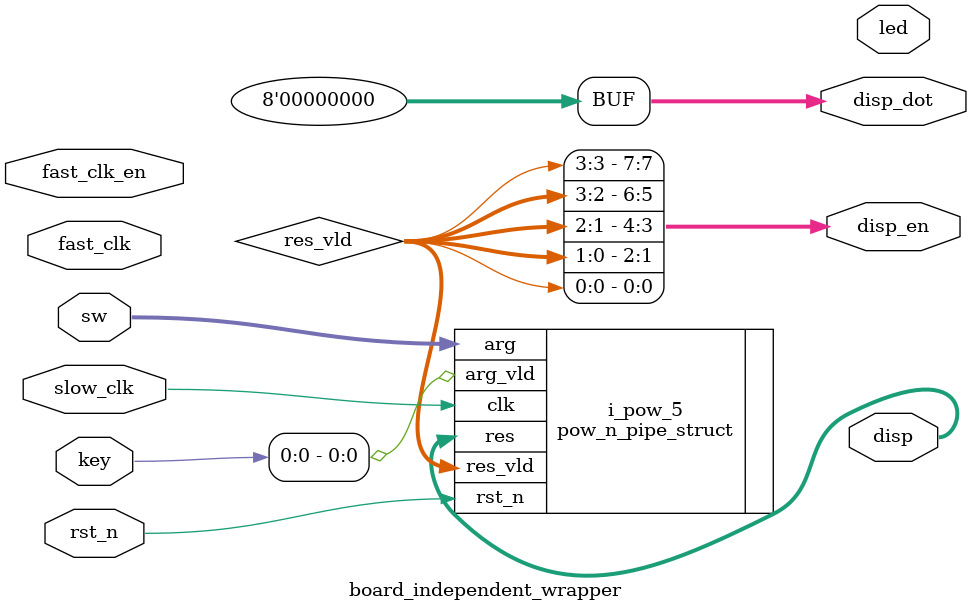
<source format=v>
module board_independent_wrapper
(
    input         fast_clk,
    input         slow_clk,
    input         rst_n,
    input         fast_clk_en,
    input  [ 3:0] key,
    input  [ 7:0] sw,
    output [ 7:0] led,
    output [ 7:0] disp_en,
    output [31:0] disp,
    output [ 7:0] disp_dot
);

    wire [3:0] res_vld;

    pow_n_pipe_struct
    # (.w (8), .n (5))
    i_pow_5
    (
        .clk     ( slow_clk    ),
        .rst_n   ( rst_n       ),
        .arg_vld ( key [0]     ),
        .arg     ( sw          ),
        .res_vld ( res_vld     ),
        .res     ( disp [31:0] )
    );

    assign disp_en  =
    {
        res_vld [3], res_vld [3],
        res_vld [2], res_vld [2],
        res_vld [1], res_vld [1],
        res_vld [0], res_vld [0]
    };

    assign disp_dot = 8'b0;

endmodule

</source>
